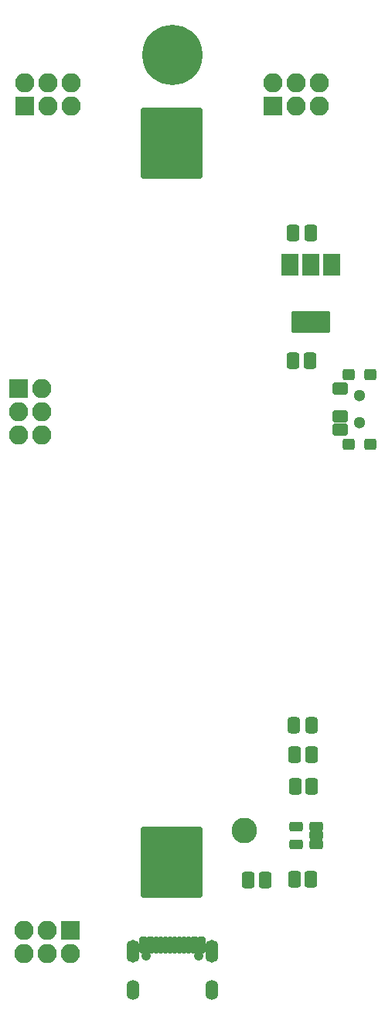
<source format=gbr>
%TF.GenerationSoftware,KiCad,Pcbnew,(5.99.0-9526-g5c17ff0595)*%
%TF.CreationDate,2021-07-10T23:40:13-05:00*%
%TF.ProjectId,18650Battery,31383635-3042-4617-9474-6572792e6b69,rev?*%
%TF.SameCoordinates,Original*%
%TF.FileFunction,Soldermask,Bot*%
%TF.FilePolarity,Negative*%
%FSLAX46Y46*%
G04 Gerber Fmt 4.6, Leading zero omitted, Abs format (unit mm)*
G04 Created by KiCad (PCBNEW (5.99.0-9526-g5c17ff0595)) date 2021-07-10 23:40:13*
%MOMM*%
%LPD*%
G01*
G04 APERTURE LIST*
G04 Aperture macros list*
%AMRoundRect*
0 Rectangle with rounded corners*
0 $1 Rounding radius*
0 $2 $3 $4 $5 $6 $7 $8 $9 X,Y pos of 4 corners*
0 Add a 4 corners polygon primitive as box body*
4,1,4,$2,$3,$4,$5,$6,$7,$8,$9,$2,$3,0*
0 Add four circle primitives for the rounded corners*
1,1,$1+$1,$2,$3*
1,1,$1+$1,$4,$5*
1,1,$1+$1,$6,$7*
1,1,$1+$1,$8,$9*
0 Add four rect primitives between the rounded corners*
20,1,$1+$1,$2,$3,$4,$5,0*
20,1,$1+$1,$4,$5,$6,$7,0*
20,1,$1+$1,$6,$7,$8,$9,0*
20,1,$1+$1,$8,$9,$2,$3,0*%
G04 Aperture macros list end*
%ADD10RoundRect,0.200000X3.175000X-3.670000X3.175000X3.670000X-3.175000X3.670000X-3.175000X-3.670000X0*%
%ADD11C,2.790000*%
%ADD12C,6.600000*%
%ADD13RoundRect,0.200000X-0.750000X1.000000X-0.750000X-1.000000X0.750000X-1.000000X0.750000X1.000000X0*%
%ADD14RoundRect,0.200000X-1.900000X1.000000X-1.900000X-1.000000X1.900000X-1.000000X1.900000X1.000000X0*%
%ADD15RoundRect,0.200000X0.530000X0.325000X-0.530000X0.325000X-0.530000X-0.325000X0.530000X-0.325000X0*%
%ADD16RoundRect,0.347561X0.364939X0.552439X-0.364939X0.552439X-0.364939X-0.552439X0.364939X-0.552439X0*%
%ADD17RoundRect,0.347561X-0.364939X-0.552439X0.364939X-0.552439X0.364939X0.552439X-0.364939X0.552439X0*%
%ADD18C,1.300000*%
%ADD19RoundRect,0.200000X0.625000X-0.450000X0.625000X0.450000X-0.625000X0.450000X-0.625000X-0.450000X0*%
%ADD20RoundRect,0.200000X0.450000X-0.400000X0.450000X0.400000X-0.450000X0.400000X-0.450000X-0.400000X0*%
%ADD21C,1.050000*%
%ADD22RoundRect,0.200000X0.125000X0.700000X-0.125000X0.700000X-0.125000X-0.700000X0.125000X-0.700000X0*%
%ADD23O,1.400000X2.200000*%
%ADD24O,1.400000X2.500000*%
%ADD25O,2.100000X2.100000*%
%ADD26RoundRect,0.200000X-0.850000X0.850000X-0.850000X-0.850000X0.850000X-0.850000X0.850000X0.850000X0*%
%ADD27RoundRect,0.200000X-0.850000X-0.850000X0.850000X-0.850000X0.850000X0.850000X-0.850000X0.850000X0*%
%ADD28RoundRect,0.200000X0.850000X-0.850000X0.850000X0.850000X-0.850000X0.850000X-0.850000X-0.850000X0*%
%ADD29RoundRect,0.343750X0.343750X0.556250X-0.343750X0.556250X-0.343750X-0.556250X0.343750X-0.556250X0*%
%ADD30RoundRect,0.350000X0.350000X0.575000X-0.350000X0.575000X-0.350000X-0.575000X0.350000X-0.575000X0*%
%ADD31RoundRect,0.350000X-0.350000X-0.575000X0.350000X-0.575000X0.350000X0.575000X-0.350000X0.575000X0*%
G04 APERTURE END LIST*
D10*
%TO.C,BT1*%
X135770000Y-59650000D03*
X135770000Y-138310000D03*
D11*
X143770000Y-134910000D03*
%TD*%
D12*
%TO.C,*%
X135890000Y-50000000D03*
%TD*%
D13*
%TO.C,U2*%
X148710000Y-72980000D03*
X153310000Y-72980000D03*
X151010000Y-72980000D03*
D14*
X151010000Y-79280000D03*
%TD*%
D15*
%TO.C,U1*%
X149460000Y-134470000D03*
X149460000Y-136370000D03*
X151660000Y-136370000D03*
X151660000Y-135420000D03*
X151660000Y-134470000D03*
%TD*%
D16*
%TO.C,R3*%
X149295000Y-130040000D03*
X151120000Y-130040000D03*
%TD*%
D17*
%TO.C,R2*%
X151065000Y-140230000D03*
X149240000Y-140230000D03*
%TD*%
%TO.C,R1*%
X151105000Y-126590000D03*
X149280000Y-126590000D03*
%TD*%
D18*
%TO.C,Power->1*%
X156355000Y-90295000D03*
X156355000Y-87295000D03*
D19*
X154230000Y-86545000D03*
X154230000Y-89545000D03*
X154230000Y-91045000D03*
D20*
X155205000Y-92595000D03*
X155205000Y-84985000D03*
X157505000Y-84995000D03*
X157505000Y-92595000D03*
%TD*%
D21*
%TO.C,P1*%
X138760000Y-148622500D03*
X132980000Y-148622500D03*
D22*
X132545000Y-147422500D03*
X132795000Y-147422500D03*
X133345000Y-147422500D03*
X133595000Y-147422500D03*
X138145000Y-147422500D03*
X138395000Y-147422500D03*
X138945000Y-147422500D03*
X139195000Y-147422500D03*
X137620000Y-147422500D03*
X134120000Y-147422500D03*
X137120000Y-147422500D03*
X134620000Y-147422500D03*
X135120000Y-147422500D03*
X136620000Y-147422500D03*
X136120000Y-147422500D03*
X135620000Y-147422500D03*
D23*
X131550000Y-152272500D03*
X140190000Y-152272500D03*
D24*
X131550000Y-148122500D03*
X140190000Y-148122500D03*
%TD*%
D25*
%TO.C,J4*%
X119655000Y-148360000D03*
X119655000Y-145820000D03*
X122195000Y-148360000D03*
X122195000Y-145820000D03*
X124735000Y-148360000D03*
D26*
X124735000Y-145820000D03*
%TD*%
D25*
%TO.C,J3*%
X121585000Y-91615000D03*
X119045000Y-91615000D03*
X121585000Y-89075000D03*
X119045000Y-89075000D03*
X121585000Y-86535000D03*
D27*
X119045000Y-86535000D03*
%TD*%
D25*
%TO.C,J2*%
X151925000Y-53125000D03*
X151925000Y-55665000D03*
X149385000Y-53125000D03*
X149385000Y-55665000D03*
X146845000Y-53125000D03*
D28*
X146845000Y-55665000D03*
%TD*%
D25*
%TO.C,J1*%
X124765000Y-53125000D03*
X124765000Y-55665000D03*
X122225000Y-53125000D03*
X122225000Y-55665000D03*
X119685000Y-53125000D03*
D28*
X119685000Y-55665000D03*
%TD*%
D29*
%TO.C,D1*%
X149205000Y-123330000D03*
X151080000Y-123330000D03*
%TD*%
D30*
%TO.C,C3*%
X149100000Y-69480000D03*
X151000000Y-69480000D03*
%TD*%
%TO.C,C2*%
X149050000Y-83500000D03*
X150950000Y-83500000D03*
%TD*%
D31*
%TO.C,C1*%
X146040000Y-140270000D03*
X144140000Y-140270000D03*
%TD*%
M02*

</source>
